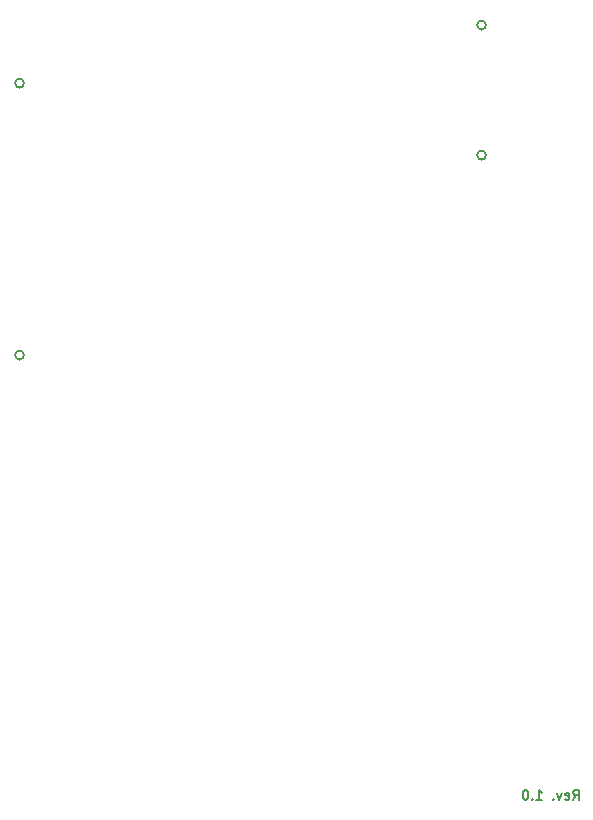
<source format=gbr>
G04 #@! TF.GenerationSoftware,KiCad,Pcbnew,(5.1.9)-1*
G04 #@! TF.CreationDate,2021-04-08T22:59:59+09:00*
G04 #@! TF.ProjectId,EA1176_TiGANBoard,45413131-3736-45f5-9469-47414e426f61,rev?*
G04 #@! TF.SameCoordinates,Original*
G04 #@! TF.FileFunction,Legend,Bot*
G04 #@! TF.FilePolarity,Positive*
%FSLAX46Y46*%
G04 Gerber Fmt 4.6, Leading zero omitted, Abs format (unit mm)*
G04 Created by KiCad (PCBNEW (5.1.9)-1) date 2021-04-08 22:59:59*
%MOMM*%
%LPD*%
G01*
G04 APERTURE LIST*
%ADD10C,0.152400*%
G04 APERTURE END LIST*
D10*
X12418180Y21730304D02*
X12689114Y22117352D01*
X12882638Y21730304D02*
X12882638Y22543104D01*
X12573000Y22543104D01*
X12495590Y22504400D01*
X12456885Y22465695D01*
X12418180Y22388285D01*
X12418180Y22272171D01*
X12456885Y22194761D01*
X12495590Y22156057D01*
X12573000Y22117352D01*
X12882638Y22117352D01*
X11760200Y21769009D02*
X11837609Y21730304D01*
X11992428Y21730304D01*
X12069838Y21769009D01*
X12108542Y21846419D01*
X12108542Y22156057D01*
X12069838Y22233466D01*
X11992428Y22272171D01*
X11837609Y22272171D01*
X11760200Y22233466D01*
X11721495Y22156057D01*
X11721495Y22078647D01*
X12108542Y22001238D01*
X11450561Y22272171D02*
X11257038Y21730304D01*
X11063514Y22272171D01*
X10753876Y21807714D02*
X10715171Y21769009D01*
X10753876Y21730304D01*
X10792580Y21769009D01*
X10753876Y21807714D01*
X10753876Y21730304D01*
X9321800Y21730304D02*
X9786257Y21730304D01*
X9554028Y21730304D02*
X9554028Y22543104D01*
X9631438Y22426990D01*
X9708847Y22349580D01*
X9786257Y22310876D01*
X8973457Y21807714D02*
X8934752Y21769009D01*
X8973457Y21730304D01*
X9012161Y21769009D01*
X8973457Y21807714D01*
X8973457Y21730304D01*
X8431590Y22543104D02*
X8354180Y22543104D01*
X8276771Y22504400D01*
X8238066Y22465695D01*
X8199361Y22388285D01*
X8160657Y22233466D01*
X8160657Y22039942D01*
X8199361Y21885123D01*
X8238066Y21807714D01*
X8276771Y21769009D01*
X8354180Y21730304D01*
X8431590Y21730304D01*
X8509000Y21769009D01*
X8547704Y21807714D01*
X8586409Y21885123D01*
X8625114Y22039942D01*
X8625114Y22233466D01*
X8586409Y22388285D01*
X8547704Y22465695D01*
X8509000Y22504400D01*
X8431590Y22543104D01*
X5051300Y87304700D02*
G75*
G03*
X5051300Y87304700I-381000J0D01*
G01*
X5051300Y76293800D02*
G75*
G03*
X5051300Y76293800I-381000J0D01*
G01*
X-34064700Y59364700D02*
G75*
G03*
X-34064700Y59364700I-381000J0D01*
G01*
X-34064700Y82389800D02*
G75*
G03*
X-34064700Y82389800I-381000J0D01*
G01*
M02*

</source>
